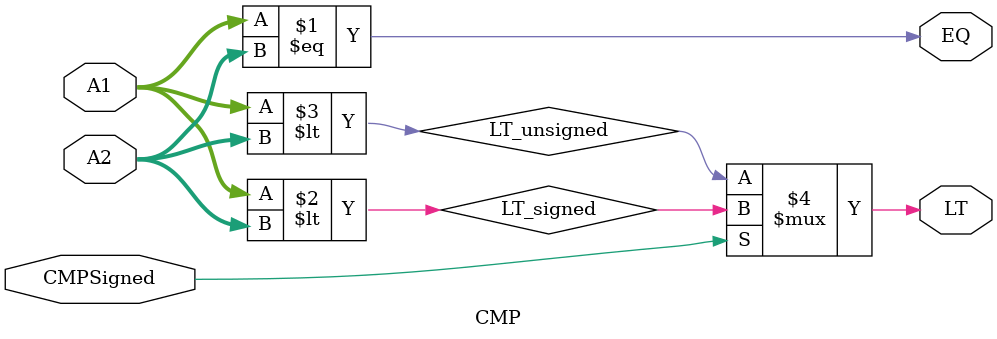
<source format=v>
`timescale 1ns / 1ps
module CMP(
    input [31:0] A1,A2,
    input CMPSigned,
    output EQ,
    output LT
    );
assign EQ = A1 == A2;
wire LT_signed = $signed(A1) < $signed(A2);
wire LT_unsigned = A1 < A2;
assign LT = (CMPSigned) ? LT_signed : LT_unsigned;
endmodule

</source>
